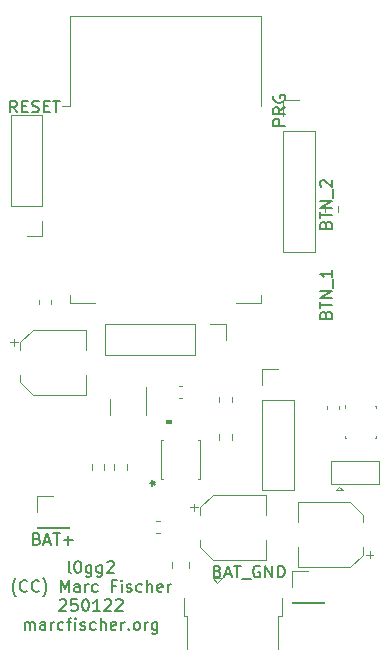
<source format=gbr>
%TF.GenerationSoftware,KiCad,Pcbnew,(6.0.0)*%
%TF.CreationDate,2022-01-25T23:20:27+01:00*%
%TF.ProjectId,esp-temp-thingi-pcb,6573702d-7465-46d7-902d-7468696e6769,rev?*%
%TF.SameCoordinates,Original*%
%TF.FileFunction,Legend,Top*%
%TF.FilePolarity,Positive*%
%FSLAX46Y46*%
G04 Gerber Fmt 4.6, Leading zero omitted, Abs format (unit mm)*
G04 Created by KiCad (PCBNEW (6.0.0)) date 2022-01-25 23:20:27*
%MOMM*%
%LPD*%
G01*
G04 APERTURE LIST*
%ADD10C,0.150000*%
%ADD11C,0.120000*%
%ADD12C,0.100000*%
G04 APERTURE END LIST*
D10*
X144997704Y-111829380D02*
X144902466Y-111781761D01*
X144854847Y-111686523D01*
X144854847Y-110829380D01*
X145569133Y-110829380D02*
X145664371Y-110829380D01*
X145759609Y-110877000D01*
X145807228Y-110924619D01*
X145854847Y-111019857D01*
X145902466Y-111210333D01*
X145902466Y-111448428D01*
X145854847Y-111638904D01*
X145807228Y-111734142D01*
X145759609Y-111781761D01*
X145664371Y-111829380D01*
X145569133Y-111829380D01*
X145473895Y-111781761D01*
X145426276Y-111734142D01*
X145378657Y-111638904D01*
X145331038Y-111448428D01*
X145331038Y-111210333D01*
X145378657Y-111019857D01*
X145426276Y-110924619D01*
X145473895Y-110877000D01*
X145569133Y-110829380D01*
X146759609Y-111162714D02*
X146759609Y-111972238D01*
X146711990Y-112067476D01*
X146664371Y-112115095D01*
X146569133Y-112162714D01*
X146426276Y-112162714D01*
X146331038Y-112115095D01*
X146759609Y-111781761D02*
X146664371Y-111829380D01*
X146473895Y-111829380D01*
X146378657Y-111781761D01*
X146331038Y-111734142D01*
X146283419Y-111638904D01*
X146283419Y-111353190D01*
X146331038Y-111257952D01*
X146378657Y-111210333D01*
X146473895Y-111162714D01*
X146664371Y-111162714D01*
X146759609Y-111210333D01*
X147664371Y-111162714D02*
X147664371Y-111972238D01*
X147616752Y-112067476D01*
X147569133Y-112115095D01*
X147473895Y-112162714D01*
X147331038Y-112162714D01*
X147235800Y-112115095D01*
X147664371Y-111781761D02*
X147569133Y-111829380D01*
X147378657Y-111829380D01*
X147283419Y-111781761D01*
X147235800Y-111734142D01*
X147188180Y-111638904D01*
X147188180Y-111353190D01*
X147235800Y-111257952D01*
X147283419Y-111210333D01*
X147378657Y-111162714D01*
X147569133Y-111162714D01*
X147664371Y-111210333D01*
X148092942Y-110924619D02*
X148140561Y-110877000D01*
X148235800Y-110829380D01*
X148473895Y-110829380D01*
X148569133Y-110877000D01*
X148616752Y-110924619D01*
X148664371Y-111019857D01*
X148664371Y-111115095D01*
X148616752Y-111257952D01*
X148045323Y-111829380D01*
X148664371Y-111829380D01*
X140378657Y-113820333D02*
X140331038Y-113772714D01*
X140235800Y-113629857D01*
X140188180Y-113534619D01*
X140140561Y-113391761D01*
X140092942Y-113153666D01*
X140092942Y-112963190D01*
X140140561Y-112725095D01*
X140188180Y-112582238D01*
X140235800Y-112487000D01*
X140331038Y-112344142D01*
X140378657Y-112296523D01*
X141331038Y-113344142D02*
X141283419Y-113391761D01*
X141140561Y-113439380D01*
X141045323Y-113439380D01*
X140902466Y-113391761D01*
X140807228Y-113296523D01*
X140759609Y-113201285D01*
X140711990Y-113010809D01*
X140711990Y-112867952D01*
X140759609Y-112677476D01*
X140807228Y-112582238D01*
X140902466Y-112487000D01*
X141045323Y-112439380D01*
X141140561Y-112439380D01*
X141283419Y-112487000D01*
X141331038Y-112534619D01*
X142331038Y-113344142D02*
X142283419Y-113391761D01*
X142140561Y-113439380D01*
X142045323Y-113439380D01*
X141902466Y-113391761D01*
X141807228Y-113296523D01*
X141759609Y-113201285D01*
X141711990Y-113010809D01*
X141711990Y-112867952D01*
X141759609Y-112677476D01*
X141807228Y-112582238D01*
X141902466Y-112487000D01*
X142045323Y-112439380D01*
X142140561Y-112439380D01*
X142283419Y-112487000D01*
X142331038Y-112534619D01*
X142664371Y-113820333D02*
X142711990Y-113772714D01*
X142807228Y-113629857D01*
X142854847Y-113534619D01*
X142902466Y-113391761D01*
X142950085Y-113153666D01*
X142950085Y-112963190D01*
X142902466Y-112725095D01*
X142854847Y-112582238D01*
X142807228Y-112487000D01*
X142711990Y-112344142D01*
X142664371Y-112296523D01*
X144188180Y-113439380D02*
X144188180Y-112439380D01*
X144521514Y-113153666D01*
X144854847Y-112439380D01*
X144854847Y-113439380D01*
X145759609Y-113439380D02*
X145759609Y-112915571D01*
X145711990Y-112820333D01*
X145616752Y-112772714D01*
X145426276Y-112772714D01*
X145331038Y-112820333D01*
X145759609Y-113391761D02*
X145664371Y-113439380D01*
X145426276Y-113439380D01*
X145331038Y-113391761D01*
X145283419Y-113296523D01*
X145283419Y-113201285D01*
X145331038Y-113106047D01*
X145426276Y-113058428D01*
X145664371Y-113058428D01*
X145759609Y-113010809D01*
X146235800Y-113439380D02*
X146235800Y-112772714D01*
X146235800Y-112963190D02*
X146283419Y-112867952D01*
X146331038Y-112820333D01*
X146426276Y-112772714D01*
X146521514Y-112772714D01*
X147283419Y-113391761D02*
X147188180Y-113439380D01*
X146997704Y-113439380D01*
X146902466Y-113391761D01*
X146854847Y-113344142D01*
X146807228Y-113248904D01*
X146807228Y-112963190D01*
X146854847Y-112867952D01*
X146902466Y-112820333D01*
X146997704Y-112772714D01*
X147188180Y-112772714D01*
X147283419Y-112820333D01*
X148807228Y-112915571D02*
X148473895Y-112915571D01*
X148473895Y-113439380D02*
X148473895Y-112439380D01*
X148950085Y-112439380D01*
X149331038Y-113439380D02*
X149331038Y-112772714D01*
X149331038Y-112439380D02*
X149283419Y-112487000D01*
X149331038Y-112534619D01*
X149378657Y-112487000D01*
X149331038Y-112439380D01*
X149331038Y-112534619D01*
X149759609Y-113391761D02*
X149854847Y-113439380D01*
X150045323Y-113439380D01*
X150140561Y-113391761D01*
X150188180Y-113296523D01*
X150188180Y-113248904D01*
X150140561Y-113153666D01*
X150045323Y-113106047D01*
X149902466Y-113106047D01*
X149807228Y-113058428D01*
X149759609Y-112963190D01*
X149759609Y-112915571D01*
X149807228Y-112820333D01*
X149902466Y-112772714D01*
X150045323Y-112772714D01*
X150140561Y-112820333D01*
X151045323Y-113391761D02*
X150950085Y-113439380D01*
X150759609Y-113439380D01*
X150664371Y-113391761D01*
X150616752Y-113344142D01*
X150569133Y-113248904D01*
X150569133Y-112963190D01*
X150616752Y-112867952D01*
X150664371Y-112820333D01*
X150759609Y-112772714D01*
X150950085Y-112772714D01*
X151045323Y-112820333D01*
X151473895Y-113439380D02*
X151473895Y-112439380D01*
X151902466Y-113439380D02*
X151902466Y-112915571D01*
X151854847Y-112820333D01*
X151759609Y-112772714D01*
X151616752Y-112772714D01*
X151521514Y-112820333D01*
X151473895Y-112867952D01*
X152759609Y-113391761D02*
X152664371Y-113439380D01*
X152473895Y-113439380D01*
X152378657Y-113391761D01*
X152331038Y-113296523D01*
X152331038Y-112915571D01*
X152378657Y-112820333D01*
X152473895Y-112772714D01*
X152664371Y-112772714D01*
X152759609Y-112820333D01*
X152807228Y-112915571D01*
X152807228Y-113010809D01*
X152331038Y-113106047D01*
X153235800Y-113439380D02*
X153235800Y-112772714D01*
X153235800Y-112963190D02*
X153283419Y-112867952D01*
X153331038Y-112820333D01*
X153426276Y-112772714D01*
X153521514Y-112772714D01*
X144069133Y-114144619D02*
X144116752Y-114097000D01*
X144211990Y-114049380D01*
X144450085Y-114049380D01*
X144545323Y-114097000D01*
X144592942Y-114144619D01*
X144640561Y-114239857D01*
X144640561Y-114335095D01*
X144592942Y-114477952D01*
X144021514Y-115049380D01*
X144640561Y-115049380D01*
X145545323Y-114049380D02*
X145069133Y-114049380D01*
X145021514Y-114525571D01*
X145069133Y-114477952D01*
X145164371Y-114430333D01*
X145402466Y-114430333D01*
X145497704Y-114477952D01*
X145545323Y-114525571D01*
X145592942Y-114620809D01*
X145592942Y-114858904D01*
X145545323Y-114954142D01*
X145497704Y-115001761D01*
X145402466Y-115049380D01*
X145164371Y-115049380D01*
X145069133Y-115001761D01*
X145021514Y-114954142D01*
X146211990Y-114049380D02*
X146307228Y-114049380D01*
X146402466Y-114097000D01*
X146450085Y-114144619D01*
X146497704Y-114239857D01*
X146545323Y-114430333D01*
X146545323Y-114668428D01*
X146497704Y-114858904D01*
X146450085Y-114954142D01*
X146402466Y-115001761D01*
X146307228Y-115049380D01*
X146211990Y-115049380D01*
X146116752Y-115001761D01*
X146069133Y-114954142D01*
X146021514Y-114858904D01*
X145973895Y-114668428D01*
X145973895Y-114430333D01*
X146021514Y-114239857D01*
X146069133Y-114144619D01*
X146116752Y-114097000D01*
X146211990Y-114049380D01*
X147497704Y-115049380D02*
X146926276Y-115049380D01*
X147211990Y-115049380D02*
X147211990Y-114049380D01*
X147116752Y-114192238D01*
X147021514Y-114287476D01*
X146926276Y-114335095D01*
X147878657Y-114144619D02*
X147926276Y-114097000D01*
X148021514Y-114049380D01*
X148259609Y-114049380D01*
X148354847Y-114097000D01*
X148402466Y-114144619D01*
X148450085Y-114239857D01*
X148450085Y-114335095D01*
X148402466Y-114477952D01*
X147831038Y-115049380D01*
X148450085Y-115049380D01*
X148831038Y-114144619D02*
X148878657Y-114097000D01*
X148973895Y-114049380D01*
X149211990Y-114049380D01*
X149307228Y-114097000D01*
X149354847Y-114144619D01*
X149402466Y-114239857D01*
X149402466Y-114335095D01*
X149354847Y-114477952D01*
X148783419Y-115049380D01*
X149402466Y-115049380D01*
X141116752Y-116659380D02*
X141116752Y-115992714D01*
X141116752Y-116087952D02*
X141164371Y-116040333D01*
X141259609Y-115992714D01*
X141402466Y-115992714D01*
X141497704Y-116040333D01*
X141545323Y-116135571D01*
X141545323Y-116659380D01*
X141545323Y-116135571D02*
X141592942Y-116040333D01*
X141688180Y-115992714D01*
X141831038Y-115992714D01*
X141926276Y-116040333D01*
X141973895Y-116135571D01*
X141973895Y-116659380D01*
X142878657Y-116659380D02*
X142878657Y-116135571D01*
X142831038Y-116040333D01*
X142735800Y-115992714D01*
X142545323Y-115992714D01*
X142450085Y-116040333D01*
X142878657Y-116611761D02*
X142783419Y-116659380D01*
X142545323Y-116659380D01*
X142450085Y-116611761D01*
X142402466Y-116516523D01*
X142402466Y-116421285D01*
X142450085Y-116326047D01*
X142545323Y-116278428D01*
X142783419Y-116278428D01*
X142878657Y-116230809D01*
X143354847Y-116659380D02*
X143354847Y-115992714D01*
X143354847Y-116183190D02*
X143402466Y-116087952D01*
X143450085Y-116040333D01*
X143545323Y-115992714D01*
X143640561Y-115992714D01*
X144402466Y-116611761D02*
X144307228Y-116659380D01*
X144116752Y-116659380D01*
X144021514Y-116611761D01*
X143973895Y-116564142D01*
X143926276Y-116468904D01*
X143926276Y-116183190D01*
X143973895Y-116087952D01*
X144021514Y-116040333D01*
X144116752Y-115992714D01*
X144307228Y-115992714D01*
X144402466Y-116040333D01*
X144688180Y-115992714D02*
X145069133Y-115992714D01*
X144831038Y-116659380D02*
X144831038Y-115802238D01*
X144878657Y-115707000D01*
X144973895Y-115659380D01*
X145069133Y-115659380D01*
X145402466Y-116659380D02*
X145402466Y-115992714D01*
X145402466Y-115659380D02*
X145354847Y-115707000D01*
X145402466Y-115754619D01*
X145450085Y-115707000D01*
X145402466Y-115659380D01*
X145402466Y-115754619D01*
X145831038Y-116611761D02*
X145926276Y-116659380D01*
X146116752Y-116659380D01*
X146211990Y-116611761D01*
X146259609Y-116516523D01*
X146259609Y-116468904D01*
X146211990Y-116373666D01*
X146116752Y-116326047D01*
X145973895Y-116326047D01*
X145878657Y-116278428D01*
X145831038Y-116183190D01*
X145831038Y-116135571D01*
X145878657Y-116040333D01*
X145973895Y-115992714D01*
X146116752Y-115992714D01*
X146211990Y-116040333D01*
X147116752Y-116611761D02*
X147021514Y-116659380D01*
X146831038Y-116659380D01*
X146735800Y-116611761D01*
X146688180Y-116564142D01*
X146640561Y-116468904D01*
X146640561Y-116183190D01*
X146688180Y-116087952D01*
X146735800Y-116040333D01*
X146831038Y-115992714D01*
X147021514Y-115992714D01*
X147116752Y-116040333D01*
X147545323Y-116659380D02*
X147545323Y-115659380D01*
X147973895Y-116659380D02*
X147973895Y-116135571D01*
X147926276Y-116040333D01*
X147831038Y-115992714D01*
X147688180Y-115992714D01*
X147592942Y-116040333D01*
X147545323Y-116087952D01*
X148831038Y-116611761D02*
X148735800Y-116659380D01*
X148545323Y-116659380D01*
X148450085Y-116611761D01*
X148402466Y-116516523D01*
X148402466Y-116135571D01*
X148450085Y-116040333D01*
X148545323Y-115992714D01*
X148735800Y-115992714D01*
X148831038Y-116040333D01*
X148878657Y-116135571D01*
X148878657Y-116230809D01*
X148402466Y-116326047D01*
X149307228Y-116659380D02*
X149307228Y-115992714D01*
X149307228Y-116183190D02*
X149354847Y-116087952D01*
X149402466Y-116040333D01*
X149497704Y-115992714D01*
X149592942Y-115992714D01*
X149926276Y-116564142D02*
X149973895Y-116611761D01*
X149926276Y-116659380D01*
X149878657Y-116611761D01*
X149926276Y-116564142D01*
X149926276Y-116659380D01*
X150545323Y-116659380D02*
X150450085Y-116611761D01*
X150402466Y-116564142D01*
X150354847Y-116468904D01*
X150354847Y-116183190D01*
X150402466Y-116087952D01*
X150450085Y-116040333D01*
X150545323Y-115992714D01*
X150688180Y-115992714D01*
X150783419Y-116040333D01*
X150831038Y-116087952D01*
X150878657Y-116183190D01*
X150878657Y-116468904D01*
X150831038Y-116564142D01*
X150783419Y-116611761D01*
X150688180Y-116659380D01*
X150545323Y-116659380D01*
X151307228Y-116659380D02*
X151307228Y-115992714D01*
X151307228Y-116183190D02*
X151354847Y-116087952D01*
X151402466Y-116040333D01*
X151497704Y-115992714D01*
X151592942Y-115992714D01*
X152354847Y-115992714D02*
X152354847Y-116802238D01*
X152307228Y-116897476D01*
X152259609Y-116945095D01*
X152164371Y-116992714D01*
X152021514Y-116992714D01*
X151926276Y-116945095D01*
X152354847Y-116611761D02*
X152259609Y-116659380D01*
X152069133Y-116659380D01*
X151973895Y-116611761D01*
X151926276Y-116564142D01*
X151878657Y-116468904D01*
X151878657Y-116183190D01*
X151926276Y-116087952D01*
X151973895Y-116040333D01*
X152069133Y-115992714D01*
X152259609Y-115992714D01*
X152354847Y-116040333D01*
%TO.C,J2*%
X142152857Y-108938571D02*
X142295714Y-108986190D01*
X142343333Y-109033809D01*
X142390952Y-109129047D01*
X142390952Y-109271904D01*
X142343333Y-109367142D01*
X142295714Y-109414761D01*
X142200476Y-109462380D01*
X141819523Y-109462380D01*
X141819523Y-108462380D01*
X142152857Y-108462380D01*
X142248095Y-108510000D01*
X142295714Y-108557619D01*
X142343333Y-108652857D01*
X142343333Y-108748095D01*
X142295714Y-108843333D01*
X142248095Y-108890952D01*
X142152857Y-108938571D01*
X141819523Y-108938571D01*
X142771904Y-109176666D02*
X143248095Y-109176666D01*
X142676666Y-109462380D02*
X143010000Y-108462380D01*
X143343333Y-109462380D01*
X143533809Y-108462380D02*
X144105238Y-108462380D01*
X143819523Y-109462380D02*
X143819523Y-108462380D01*
X144438571Y-109081428D02*
X145200476Y-109081428D01*
X144819523Y-109462380D02*
X144819523Y-108700476D01*
%TO.C,U1*%
X151757380Y-104235000D02*
X151995476Y-104235000D01*
X151900238Y-104473095D02*
X151995476Y-104235000D01*
X151900238Y-103996904D01*
X152185952Y-104377857D02*
X151995476Y-104235000D01*
X152185952Y-104092142D01*
X151757380Y-104235000D02*
X151995476Y-104235000D01*
X151900238Y-104473095D02*
X151995476Y-104235000D01*
X151900238Y-103996904D01*
X152185952Y-104377857D02*
X151995476Y-104235000D01*
X152185952Y-104092142D01*
%TO.C,*%
%TO.C,J3*%
X157453342Y-111688571D02*
X157596200Y-111736190D01*
X157643819Y-111783809D01*
X157691438Y-111879047D01*
X157691438Y-112021904D01*
X157643819Y-112117142D01*
X157596200Y-112164761D01*
X157500961Y-112212380D01*
X157120009Y-112212380D01*
X157120009Y-111212380D01*
X157453342Y-111212380D01*
X157548580Y-111260000D01*
X157596200Y-111307619D01*
X157643819Y-111402857D01*
X157643819Y-111498095D01*
X157596200Y-111593333D01*
X157548580Y-111640952D01*
X157453342Y-111688571D01*
X157120009Y-111688571D01*
X158072390Y-111926666D02*
X158548580Y-111926666D01*
X157977152Y-112212380D02*
X158310485Y-111212380D01*
X158643819Y-112212380D01*
X158834295Y-111212380D02*
X159405723Y-111212380D01*
X159120009Y-112212380D02*
X159120009Y-111212380D01*
X159500961Y-112307619D02*
X160262866Y-112307619D01*
X161024771Y-111260000D02*
X160929533Y-111212380D01*
X160786676Y-111212380D01*
X160643819Y-111260000D01*
X160548580Y-111355238D01*
X160500961Y-111450476D01*
X160453342Y-111640952D01*
X160453342Y-111783809D01*
X160500961Y-111974285D01*
X160548580Y-112069523D01*
X160643819Y-112164761D01*
X160786676Y-112212380D01*
X160881914Y-112212380D01*
X161024771Y-112164761D01*
X161072390Y-112117142D01*
X161072390Y-111783809D01*
X160881914Y-111783809D01*
X161500961Y-112212380D02*
X161500961Y-111212380D01*
X162072390Y-112212380D01*
X162072390Y-111212380D01*
X162548580Y-112212380D02*
X162548580Y-111212380D01*
X162786676Y-111212380D01*
X162929533Y-111260000D01*
X163024771Y-111355238D01*
X163072390Y-111450476D01*
X163120009Y-111640952D01*
X163120009Y-111783809D01*
X163072390Y-111974285D01*
X163024771Y-112069523D01*
X162929533Y-112164761D01*
X162786676Y-112212380D01*
X162548580Y-112212380D01*
%TO.C,SW1*%
X166608571Y-82335476D02*
X166656190Y-82192619D01*
X166703809Y-82145000D01*
X166799047Y-82097380D01*
X166941904Y-82097380D01*
X167037142Y-82145000D01*
X167084761Y-82192619D01*
X167132380Y-82287857D01*
X167132380Y-82668809D01*
X166132380Y-82668809D01*
X166132380Y-82335476D01*
X166180000Y-82240238D01*
X166227619Y-82192619D01*
X166322857Y-82145000D01*
X166418095Y-82145000D01*
X166513333Y-82192619D01*
X166560952Y-82240238D01*
X166608571Y-82335476D01*
X166608571Y-82668809D01*
X166132380Y-81811666D02*
X166132380Y-81240238D01*
X167132380Y-81525952D02*
X166132380Y-81525952D01*
X167132380Y-80906904D02*
X166132380Y-80906904D01*
X167132380Y-80335476D01*
X166132380Y-80335476D01*
X167227619Y-80097380D02*
X167227619Y-79335476D01*
X166227619Y-79145000D02*
X166180000Y-79097380D01*
X166132380Y-79002142D01*
X166132380Y-78764047D01*
X166180000Y-78668809D01*
X166227619Y-78621190D01*
X166322857Y-78573571D01*
X166418095Y-78573571D01*
X166560952Y-78621190D01*
X167132380Y-79192619D01*
X167132380Y-78573571D01*
%TO.C,SW3*%
X163164780Y-73956704D02*
X162164780Y-73956704D01*
X162164780Y-73575752D01*
X162212400Y-73480514D01*
X162260019Y-73432895D01*
X162355257Y-73385276D01*
X162498114Y-73385276D01*
X162593352Y-73432895D01*
X162640971Y-73480514D01*
X162688590Y-73575752D01*
X162688590Y-73956704D01*
X163164780Y-72385276D02*
X162688590Y-72718609D01*
X163164780Y-72956704D02*
X162164780Y-72956704D01*
X162164780Y-72575752D01*
X162212400Y-72480514D01*
X162260019Y-72432895D01*
X162355257Y-72385276D01*
X162498114Y-72385276D01*
X162593352Y-72432895D01*
X162640971Y-72480514D01*
X162688590Y-72575752D01*
X162688590Y-72956704D01*
X162212400Y-71432895D02*
X162164780Y-71528133D01*
X162164780Y-71670990D01*
X162212400Y-71813847D01*
X162307638Y-71909085D01*
X162402876Y-71956704D01*
X162593352Y-72004323D01*
X162736209Y-72004323D01*
X162926685Y-71956704D01*
X163021923Y-71909085D01*
X163117161Y-71813847D01*
X163164780Y-71670990D01*
X163164780Y-71575752D01*
X163117161Y-71432895D01*
X163069542Y-71385276D01*
X162736209Y-71385276D01*
X162736209Y-71575752D01*
%TO.C,SW2*%
X166608571Y-89955476D02*
X166656190Y-89812619D01*
X166703809Y-89765000D01*
X166799047Y-89717380D01*
X166941904Y-89717380D01*
X167037142Y-89765000D01*
X167084761Y-89812619D01*
X167132380Y-89907857D01*
X167132380Y-90288809D01*
X166132380Y-90288809D01*
X166132380Y-89955476D01*
X166180000Y-89860238D01*
X166227619Y-89812619D01*
X166322857Y-89765000D01*
X166418095Y-89765000D01*
X166513333Y-89812619D01*
X166560952Y-89860238D01*
X166608571Y-89955476D01*
X166608571Y-90288809D01*
X166132380Y-89431666D02*
X166132380Y-88860238D01*
X167132380Y-89145952D02*
X166132380Y-89145952D01*
X167132380Y-88526904D02*
X166132380Y-88526904D01*
X167132380Y-87955476D01*
X166132380Y-87955476D01*
X167227619Y-87717380D02*
X167227619Y-86955476D01*
X167132380Y-86193571D02*
X167132380Y-86765000D01*
X167132380Y-86479285D02*
X166132380Y-86479285D01*
X166275238Y-86574523D01*
X166370476Y-86669761D01*
X166418095Y-86765000D01*
%TO.C,SW4*%
X140457419Y-72842380D02*
X140124085Y-72366190D01*
X139885990Y-72842380D02*
X139885990Y-71842380D01*
X140266942Y-71842380D01*
X140362180Y-71890000D01*
X140409800Y-71937619D01*
X140457419Y-72032857D01*
X140457419Y-72175714D01*
X140409800Y-72270952D01*
X140362180Y-72318571D01*
X140266942Y-72366190D01*
X139885990Y-72366190D01*
X140885990Y-72318571D02*
X141219323Y-72318571D01*
X141362180Y-72842380D02*
X140885990Y-72842380D01*
X140885990Y-71842380D01*
X141362180Y-71842380D01*
X141743133Y-72794761D02*
X141885990Y-72842380D01*
X142124085Y-72842380D01*
X142219323Y-72794761D01*
X142266942Y-72747142D01*
X142314561Y-72651904D01*
X142314561Y-72556666D01*
X142266942Y-72461428D01*
X142219323Y-72413809D01*
X142124085Y-72366190D01*
X141933609Y-72318571D01*
X141838371Y-72270952D01*
X141790752Y-72223333D01*
X141743133Y-72128095D01*
X141743133Y-72032857D01*
X141790752Y-71937619D01*
X141838371Y-71890000D01*
X141933609Y-71842380D01*
X142171704Y-71842380D01*
X142314561Y-71890000D01*
X142743133Y-72318571D02*
X143076466Y-72318571D01*
X143219323Y-72842380D02*
X142743133Y-72842380D01*
X142743133Y-71842380D01*
X143219323Y-71842380D01*
X143505038Y-71842380D02*
X144076466Y-71842380D01*
X143790752Y-72842380D02*
X143790752Y-71842380D01*
D11*
%TO.C,J5*%
X161230000Y-97165000D02*
X161230000Y-104845000D01*
X161230000Y-95895000D02*
X161230000Y-94565000D01*
X161230000Y-104845000D02*
X163890000Y-104845000D01*
X161230000Y-97165000D02*
X163890000Y-97165000D01*
X163890000Y-97165000D02*
X163890000Y-104845000D01*
X161230000Y-94565000D02*
X162560000Y-94565000D01*
%TO.C,C4*%
X143385000Y-88759420D02*
X143385000Y-89040580D01*
X142365000Y-88759420D02*
X142365000Y-89040580D01*
%TO.C,F2*%
X155015000Y-110866422D02*
X155015000Y-111383578D01*
X153595000Y-110866422D02*
X153595000Y-111383578D01*
%TO.C,J6*%
X157825000Y-112255000D02*
X157425000Y-112705000D01*
X162575000Y-118305000D02*
X162575000Y-115505000D01*
X154875000Y-118305000D02*
X154875000Y-115505000D01*
X162575000Y-115505000D02*
X162875000Y-115505000D01*
X162875000Y-115505000D02*
X162875000Y-113955000D01*
X154575000Y-115505000D02*
X154575000Y-113955000D01*
X157425000Y-112705000D02*
X157025000Y-112255000D01*
X154575000Y-115505000D02*
X154875000Y-115505000D01*
X157025000Y-112255000D02*
X157825000Y-112255000D01*
%TO.C,R19*%
X146797500Y-102632742D02*
X146797500Y-103107258D01*
X147842500Y-102632742D02*
X147842500Y-103107258D01*
%TO.C,J1*%
X155565000Y-93405000D02*
X147885000Y-93405000D01*
X156835000Y-90745000D02*
X158165000Y-90745000D01*
X155565000Y-90745000D02*
X147885000Y-90745000D01*
X147885000Y-90745000D02*
X147885000Y-93405000D01*
X155565000Y-90745000D02*
X155565000Y-93405000D01*
X158165000Y-90745000D02*
X158165000Y-92075000D01*
%TO.C,U2*%
X147035000Y-88955000D02*
X144915000Y-88955000D01*
X161155000Y-88955000D02*
X159035000Y-88955000D01*
X144915000Y-88955000D02*
X144915000Y-88335000D01*
X161155000Y-88335000D02*
X161155000Y-88955000D01*
X144915000Y-72335000D02*
X144915000Y-64715000D01*
X144915000Y-72335000D02*
X144305000Y-72335000D01*
X161155000Y-64715000D02*
X161155000Y-72335000D01*
X144915000Y-64715000D02*
X161155000Y-64715000D01*
%TO.C,C3*%
X146270000Y-91220000D02*
X146270000Y-92920000D01*
X140197500Y-91982500D02*
X140197500Y-92607500D01*
X139885000Y-92295000D02*
X140510000Y-92295000D01*
X140750000Y-95675563D02*
X140750000Y-95040000D01*
X141814437Y-91220000D02*
X146270000Y-91220000D01*
X146270000Y-96740000D02*
X146270000Y-95040000D01*
X140750000Y-92284437D02*
X140750000Y-92920000D01*
X140750000Y-95675563D02*
X141814437Y-96740000D01*
X141814437Y-96740000D02*
X146270000Y-96740000D01*
X140750000Y-92284437D02*
X141814437Y-91220000D01*
%TO.C,J2*%
X142180000Y-107950000D02*
X144840000Y-107950000D01*
X142180000Y-106680000D02*
X142180000Y-105350000D01*
X144840000Y-107950000D02*
X144840000Y-108010000D01*
X142180000Y-108010000D02*
X144840000Y-108010000D01*
X142180000Y-107950000D02*
X142180000Y-108010000D01*
X142180000Y-105350000D02*
X143510000Y-105350000D01*
%TO.C,C2*%
X152540580Y-107440000D02*
X152259420Y-107440000D01*
X152540580Y-108460000D02*
X152259420Y-108460000D01*
%TO.C,C1*%
X155990000Y-109645563D02*
X157054437Y-110710000D01*
X155990000Y-109645563D02*
X155990000Y-109010000D01*
X155437500Y-105952500D02*
X155437500Y-106577500D01*
X157054437Y-105190000D02*
X161510000Y-105190000D01*
X161510000Y-110710000D02*
X161510000Y-109010000D01*
X155125000Y-106265000D02*
X155750000Y-106265000D01*
X161510000Y-105190000D02*
X161510000Y-106890000D01*
X155990000Y-106254437D02*
X157054437Y-105190000D01*
X157054437Y-110710000D02*
X161510000Y-110710000D01*
X155990000Y-106254437D02*
X155990000Y-106890000D01*
%TO.C,R18*%
X149747500Y-103107258D02*
X149747500Y-102632742D01*
X148702500Y-103107258D02*
X148702500Y-102632742D01*
%TO.C,R17*%
X167603700Y-81237858D02*
X167603700Y-80763342D01*
X166558700Y-81237858D02*
X166558700Y-80763342D01*
D12*
%TO.C,U4*%
X170895000Y-97710000D02*
X170895000Y-97860000D01*
X170895000Y-100410000D02*
X170745000Y-100410000D01*
X170745000Y-97710000D02*
X170895000Y-97710000D01*
X168195000Y-97860000D02*
X168195000Y-97610000D01*
X168195000Y-100420000D02*
X168345000Y-100420000D01*
X168195000Y-100410000D02*
X168195000Y-100260000D01*
X170895000Y-100410000D02*
X170895000Y-100260000D01*
D11*
%TO.C,JP1*%
X171112400Y-104327200D02*
X167012400Y-104327200D01*
X167462400Y-104827200D02*
X168062400Y-104827200D01*
X167012400Y-102327200D02*
X171112400Y-102327200D01*
X167012400Y-104327200D02*
X167012400Y-102327200D01*
X167762400Y-104527200D02*
X167462400Y-104827200D01*
X171112400Y-102327200D02*
X171112400Y-104327200D01*
X167762400Y-104527200D02*
X168062400Y-104827200D01*
%TO.C,C8*%
X167743600Y-97674820D02*
X167743600Y-97955980D01*
X166723600Y-97674820D02*
X166723600Y-97955980D01*
%TO.C,R15*%
X158637500Y-100092742D02*
X158637500Y-100567258D01*
X157592500Y-100092742D02*
X157592500Y-100567258D01*
%TO.C,U1*%
X152628600Y-103911400D02*
X152831800Y-103911400D01*
X155981400Y-103911400D02*
X155981400Y-100558600D01*
X155778200Y-103911400D02*
X155981400Y-103911400D01*
X152628600Y-100558600D02*
X152628600Y-103911400D01*
X152831800Y-100558600D02*
X152628600Y-100558600D01*
X155981400Y-100558600D02*
X155778200Y-100558600D01*
D12*
X153113740Y-98844100D02*
X153494740Y-98844100D01*
X153494740Y-98844100D02*
X153494740Y-99098100D01*
X153494740Y-99098100D02*
X153113740Y-99098100D01*
X153113740Y-99098100D02*
X153113740Y-98844100D01*
G36*
X153494740Y-99098100D02*
G01*
X153113740Y-99098100D01*
X153113740Y-98844100D01*
X153494740Y-98844100D01*
X153494740Y-99098100D01*
G37*
X153494740Y-99098100D02*
X153113740Y-99098100D01*
X153113740Y-98844100D01*
X153494740Y-98844100D01*
X153494740Y-99098100D01*
D11*
%TO.C,L1*%
X154142221Y-96010000D02*
X154467779Y-96010000D01*
X154142221Y-97030000D02*
X154467779Y-97030000D01*
%TO.C,J7*%
X163008000Y-84616600D02*
X165668000Y-84616600D01*
X163008000Y-71796600D02*
X164338000Y-71796600D01*
X163008000Y-74396600D02*
X163008000Y-84616600D01*
X163008000Y-73126600D02*
X163008000Y-71796600D01*
X163008000Y-74396600D02*
X165668000Y-74396600D01*
X165668000Y-74396600D02*
X165668000Y-84616600D01*
%TO.C,R14*%
X158637500Y-96917742D02*
X158637500Y-97392258D01*
X157592500Y-96917742D02*
X157592500Y-97392258D01*
%TO.C,Q1*%
X151420000Y-97790000D02*
X151420000Y-98440000D01*
X148300000Y-97790000D02*
X148300000Y-97140000D01*
X148300000Y-97790000D02*
X148300000Y-98440000D01*
X151420000Y-97790000D02*
X151420000Y-96115000D01*
%TO.C,J4*%
X142604800Y-73056600D02*
X139944800Y-73056600D01*
X142604800Y-80736600D02*
X142604800Y-73056600D01*
X142604800Y-82006600D02*
X142604800Y-83336600D01*
X139944800Y-80736600D02*
X139944800Y-73056600D01*
X142604800Y-80736600D02*
X139944800Y-80736600D01*
X142604800Y-83336600D02*
X141274800Y-83336600D01*
%TO.C,C5*%
X169765000Y-110280563D02*
X168700563Y-111345000D01*
X170630000Y-110270000D02*
X170005000Y-110270000D01*
X169765000Y-110280563D02*
X169765000Y-109645000D01*
X170317500Y-110582500D02*
X170317500Y-109957500D01*
X169765000Y-106889437D02*
X168700563Y-105825000D01*
X168700563Y-111345000D02*
X164245000Y-111345000D01*
X168700563Y-105825000D02*
X164245000Y-105825000D01*
X164245000Y-111345000D02*
X164245000Y-109645000D01*
X169765000Y-106889437D02*
X169765000Y-107525000D01*
X164245000Y-105825000D02*
X164245000Y-107525000D01*
%TO.C,J3*%
X163770000Y-113030000D02*
X163770000Y-111700000D01*
X166430000Y-114300000D02*
X166430000Y-114360000D01*
X163770000Y-114300000D02*
X166430000Y-114300000D01*
X163770000Y-114360000D02*
X166430000Y-114360000D01*
X163770000Y-111700000D02*
X165100000Y-111700000D01*
X163770000Y-114300000D02*
X163770000Y-114360000D01*
%TD*%
M02*

</source>
